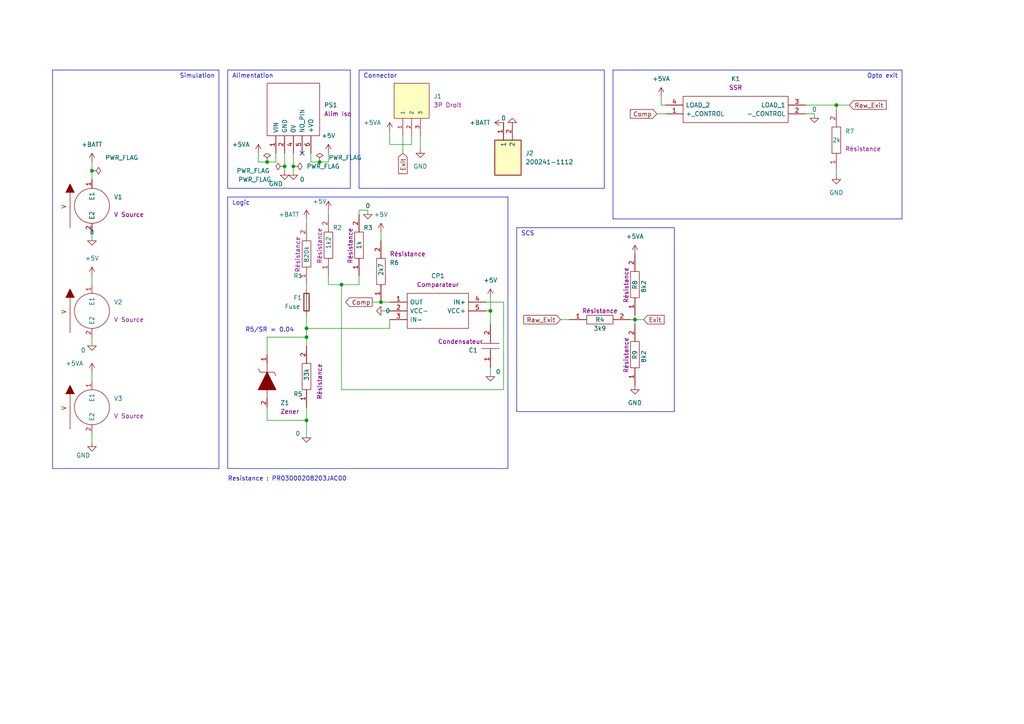
<source format=kicad_sch>
(kicad_sch (version 20231120) (generator "eeschema") (generator_version "8.0")
  (paper "A4")
  (lib_symbols
    (symbol "200241-1112:200241-1112"
      (property "Reference" "J" (at 16.51 7.62 0))
      (property "Value" "200241-1112" (at 16.51 5.08 0))
      (symbol "200241-1112_1_1"
        (rectangle (start 5.08 2.54) (end 15.24 -5.08) (stroke (width 0.254)) (fill (type background)))
        (pin passive line (at 0 -2.54 0) (length 5.08) (name "1") (number "1"))
        (pin passive line (at 0 0 0) (length 5.08) (name "2") (number "2"))
      )
    )
    (symbol "Device:Fuse" (pin_numbers hide) (pin_names (offset 0))
      (property "Reference" "F" (at 2.032 0 90))
      (property "Value" "Fuse" (at -1.905 0 90))
      (symbol "Fuse_0_1"
        (rectangle (start -0.762 -2.54) (end 0.762 2.54) (stroke (width 0.254)))
        (polyline (pts (xy 0 2.54) (xy 0 -2.54)))
      )
      (symbol "Fuse_1_1"
        (pin passive line (at 0 3.81 270) (length 1.27) (name "~") (number "1"))
        (pin passive line (at 0 -3.81 90) (length 1.27) (name "~") (number "2"))
      )
    )
    (symbol "EPSA_lib:3P Droit 22-11-2032" (pin_names (offset 1.016))
      (property "Reference" "J" (at 6.35 7.62 0))
      (property "Render Name" "3P Droit" (at 0 6.35 0))
      (symbol "3P Droit 22-11-2032_0_0"
        (rectangle (start -5.08 -5.08) (end 5.08 5.08) (stroke (width 0.1524)) (fill (type background)))
        (pin passive line (at -10.16 2.54 0) (length 5.08) (name "1") (number "1"))
        (pin passive line (at -10.16 0 0) (length 5.08) (name "2") (number "2"))
        (pin passive line (at -10.16 -2.54 0) (length 5.08) (name "3") (number "3"))
      )
    )
    (symbol "EPSA_lib:Alim Iso PDM2-S5-S5-S" (pin_names (offset 0.762))
      (property "Reference" "PS" (at 21.59 6.35 0))
      (property "Render Name" "Alim Iso" (at 12.7 3.81 0))
      (symbol "Alim Iso PDM2-S5-S5-S_0_0"
        (pin passive line (at 0 0 0) (length 5.08) (name "VIN") (number "1"))
        (pin passive line (at 0 -2.54 0) (length 5.08) (name "GND") (number "2"))
        (pin passive line (at 0 -5.08 0) (length 5.08) (name "0V") (number "4"))
        (pin passive line (at 0 -7.62 0) (length 5.08) (name "NO_PIN") (number "5"))
        (pin passive line (at 0 -10.16 0) (length 5.08) (name "+VO") (number "6"))
      )
      (symbol "Alim Iso PDM2-S5-S5-S_0_1"
        (polyline (pts (xy 5.08 2.54) (xy 20.32 2.54) (xy 20.32 -12.7) (xy 5.08 -12.7) (xy 5.08 2.54)) (stroke (width 0.1524)))
      )
    )
    (symbol "EPSA_lib:Comparateur TS391ILT" (pin_names (offset 0.762))
      (property "Reference" "CP" (at 35.56 8.89 0))
      (property "Render Name" "Comparateur" (at 13.97 3.81 0))
      (symbol "Comparateur TS391ILT_0_0"
        (pin passive line (at 0 0 0) (length 5.08) (name "OUT") (number "1"))
        (pin passive line (at 0 -2.54 0) (length 5.08) (name "VCC-") (number "2"))
        (pin passive line (at 0 -5.08 0) (length 5.08) (name "IN-") (number "3"))
        (pin passive line (at 27.94 0 180) (length 5.08) (name "IN+") (number "4"))
        (pin passive line (at 27.94 -2.54 180) (length 5.08) (name "VCC+") (number "5"))
      )
      (symbol "Comparateur TS391ILT_0_1"
        (polyline (pts (xy 5.08 2.54) (xy 22.86 2.54) (xy 22.86 -7.62) (xy 5.08 -7.62) (xy 5.08 2.54)) (stroke (width 0.1524)))
      )
    )
    (symbol "EPSA_lib:Condensateur 0805Y1000104JXT" (pin_names (offset 0.762))
      (property "Reference" "C" (at 20.32 5.08 0))
      (property "Spice_Model" "10" (at 5.08 6.35 0))
      (property "Render Name" "Condensateur" (at 6.35 3.81 0))
      (symbol "Condensateur 0805Y1000104JXT_0_0"
        (pin passive line (at 0 0 0) (length 5.08) (name "~") (number "1"))
        (pin passive line (at 12.7 0 180) (length 5.08) (name "~") (number "2"))
      )
      (symbol "Condensateur 0805Y1000104JXT_0_1"
        (polyline (pts (xy 5.08 0) (xy 5.588 0)) (stroke (width 0.1524)))
        (polyline (pts (xy 5.588 2.54) (xy 5.588 -2.54)) (stroke (width 0.1524)))
        (polyline (pts (xy 7.112 0) (xy 7.62 0)) (stroke (width 0.1524)))
        (polyline (pts (xy 7.112 2.54) (xy 7.112 -2.54)) (stroke (width 0.1524)))
      )
    )
    (symbol "EPSA_lib:Résistance RK73H2BLTDD2152F" (pin_names (offset 0.762))
      (property "Reference" "R" (at 25.4 5.08 0))
      (property "Value" "10" (at 7.62 0 0))
      (property "Render Name" "Résistance" (at 8.89 2.54 0))
      (symbol "Résistance RK73H2BLTDD2152F_0_0"
        (pin passive line (at 0 0 0) (length 5.08) (name "~") (number "1"))
        (pin passive line (at 17.78 0 180) (length 5.08) (name "~") (number "2"))
      )
      (symbol "Résistance RK73H2BLTDD2152F_0_1"
        (polyline (pts (xy 5.08 1.27) (xy 12.7 1.27) (xy 12.7 -1.27) (xy 5.08 -1.27) (xy 5.08 1.27)) (stroke (width 0.1524)))
      )
    )
    (symbol "EPSA_lib:SSR CPC1394GR" (pin_names (offset 0.762))
      (property "Reference" "K" (at 48.26 7.62 0))
      (property "Render Name" "SSR" (at 19.05 3.81 0))
      (symbol "SSR CPC1394GR_0_0"
        (pin passive line (at 0 -2.54 0) (length 5.08) (name "+_CONTROL") (number "1"))
        (pin passive line (at 40.64 -2.54 180) (length 5.08) (name "-_CONTROL") (number "2"))
        (pin passive line (at 40.64 0 180) (length 5.08) (name "LOAD_1") (number "3"))
        (pin passive line (at 0 0 0) (length 5.08) (name "LOAD_2") (number "4"))
      )
      (symbol "SSR CPC1394GR_0_1"
        (polyline (pts (xy 5.08 2.54) (xy 35.56 2.54) (xy 35.56 -5.08) (xy 5.08 -5.08) (xy 5.08 2.54)) (stroke (width 0.1524)))
      )
    )
    (symbol "EPSA_lib:VSOURCE" (pin_names (offset 1.016)) (in_bom no) (on_board no)
      (property "Reference" "V" (at 8.89 12.7 0))
      (property "Spice_Model" "dc 5" (at -1.27 12.7 0))
      (property "Render Name" "V Source" (at -1.27 10.16 0))
      (symbol "VSOURCE_0_1"
        (circle (center -1.27 0) (radius 5.08))
        (polyline (pts (xy -7.62 6.35) (xy 2.54 6.35)) (fill (type outline)))
        (polyline (pts (xy 2.54 7.62) (xy 5.08 6.35) (xy 2.54 5.08)) (fill (type outline)))
        (text "V" (at -1.524 8.128 0) (effects (font (size 1.27 1.27))))
      )
      (symbol "VSOURCE_1_1"
        (pin input line (at 6.35 0 180) (length 2.54) (name "E1") (number "1"))
        (pin input line (at -8.89 0 0) (length 2.54) (name "E2") (number "2"))
      )
    )
    (symbol "EPSA_lib:Zener TZM5224B-GS08" (pin_names (offset 0.762))
      (property "Reference" "Z" (at 5.08 6.35 0))
      (property "Titre" "Zener" (at 6.35 3.81 0))
      (symbol "Zener TZM5224B-GS08_0_0"
        (pin passive line (at 0 0 0) (length 2.54) (name "~") (number "1"))
        (pin passive line (at 15.24 0 180) (length 2.54) (name "~") (number "2"))
      )
      (symbol "Zener TZM5224B-GS08_0_1"
        (polyline (pts (xy 2.54 0) (xy 5.08 0)) (stroke (width 0.1524)))
        (polyline (pts (xy 4.064 -2.54) (xy 5.08 -2.032)) (stroke (width 0.1524)))
        (polyline (pts (xy 5.08 2.032) (xy 5.08 -2.032)) (stroke (width 0.1524)))
        (polyline (pts (xy 5.08 2.032) (xy 6.096 2.54)) (stroke (width 0.1524)))
        (polyline (pts (xy 12.7 0) (xy 10.16 0)) (stroke (width 0.1524)))
        (polyline (pts (xy 5.08 0) (xy 10.16 2.54) (xy 10.16 -2.54) (xy 5.08 0)) (stroke (width 0.254)) (fill (type outline)))
      )
    )
    (symbol "Résistance RK73H2BLTDD2152F_1" (pin_names (offset 0.762))
      (property "Reference" "R" (at 25.4 5.08 0))
      (property "Value" "10" (at 7.62 0 0))
      (property "Render Name" "Résistance" (at 8.89 2.54 0))
      (symbol "Résistance RK73H2BLTDD2152F_1_0_0"
        (pin passive line (at 0 0 0) (length 5.08) (name "~") (number "1"))
        (pin passive line (at 17.78 0 180) (length 5.08) (name "~") (number "2"))
      )
      (symbol "Résistance RK73H2BLTDD2152F_1_0_1"
        (polyline (pts (xy 5.08 1.27) (xy 12.7 1.27) (xy 12.7 -1.27) (xy 5.08 -1.27) (xy 5.08 1.27)) (stroke (width 0.1524)))
      )
    )
    (symbol "power:+5V" (power) (pin_names (offset 0))
      (property "Value" "+5V" (at 0 3.556 0))
      (symbol "+5V_0_1"
        (polyline (pts (xy -0.762 1.27) (xy 0 2.54)))
        (polyline (pts (xy 0 0) (xy 0 2.54)))
        (polyline (pts (xy 0 2.54) (xy 0.762 1.27)))
      )
      (symbol "+5V_1_1"
        (pin power_in line (at 0 0 90) (length 0) hide (name "+5V") (number "1"))
      )
    )
    (symbol "power:+5VA" (power) (pin_names (offset 0))
      (property "Value" "+5VA" (at 0 3.556 0))
      (symbol "+5VA_0_1"
        (polyline (pts (xy -0.762 1.27) (xy 0 2.54)))
        (polyline (pts (xy 0 0) (xy 0 2.54)))
        (polyline (pts (xy 0 2.54) (xy 0.762 1.27)))
      )
      (symbol "+5VA_1_1"
        (pin power_in line (at 0 0 90) (length 0) hide (name "+5VA") (number "1"))
      )
    )
    (symbol "power:+BATT" (power) (pin_names (offset 0))
      (property "Value" "+BATT" (at 0 3.556 0))
      (symbol "+BATT_0_1"
        (polyline (pts (xy -0.762 1.27) (xy 0 2.54)))
        (polyline (pts (xy 0 0) (xy 0 2.54)))
        (polyline (pts (xy 0 2.54) (xy 0.762 1.27)))
      )
      (symbol "+BATT_1_1"
        (pin power_in line (at 0 0 90) (length 0) hide (name "+BATT") (number "1"))
      )
    )
    (symbol "power:GND" (power) (pin_names (offset 0))
      (property "Value" "GND" (at 0 -3.81 0))
      (symbol "GND_0_1"
        (polyline (pts (xy 0 0) (xy 0 -1.27) (xy 1.27 -1.27) (xy 0 -2.54) (xy -1.27 -1.27) (xy 0 -1.27)))
      )
      (symbol "GND_1_1"
        (pin power_in line (at 0 0 270) (length 0) hide (name "GND") (number "1"))
      )
    )
    (symbol "power:PWR_FLAG" (power) (pin_numbers hide) (pin_names (offset 0) hide)
      (property "Value" "PWR_FLAG" (at 0 3.81 0))
      (symbol "PWR_FLAG_0_0"
        (pin power_out line (at 0 0 90) (length 0) (name "pwr") (number "1"))
      )
      (symbol "PWR_FLAG_0_1"
        (polyline (pts (xy 0 0) (xy 0 1.27) (xy -1.016 1.905) (xy 0 2.54) (xy 1.016 1.905) (xy 0 1.27)))
      )
    )
    (symbol "pspice:0" (power) (pin_names (offset 0))
      (property "Value" "0" (at 0 -1.778 0))
      (symbol "0_0_1"
        (polyline (pts (xy -1.27 0) (xy 0 -1.27) (xy 1.27 0) (xy -1.27 0)))
      )
      (symbol "0_1_1"
        (pin power_in line (at 0 0 0) (length 0) hide (name "0") (number "1"))
      )
    )
  )
  (junction (at 26.67 49.53))
  (junction (at 184.15 92.71))
  (junction (at 99.06 82.55))
  (junction (at 110.49 87.63))
  (junction (at 85.09 48.26))
  (junction (at 88.9 121.92))
  (junction (at 142.24 90.17))
  (junction (at 77.47 46.99))
  (junction (at 92.71 46.99))
  (junction (at 88.9 95.25))
  (junction (at 242.57 30.48))
  (junction (at 82.55 48.26))
  (junction (at 88.9 97.79))
  (no_connect (at 87.63 44.45))
  (polyline (pts (xy 66.04 54.61) (xy 101.6 54.61)))
  (wire (pts (xy 113.03 95.25) (xy 113.03 92.71)))
  (polyline (pts (xy 66.04 135.89) (xy 147.32 135.89)))
  (wire (pts (xy 88.9 95.25) (xy 88.9 97.79)))
  (wire (pts (xy 88.9 118.11) (xy 88.9 121.92)))
  (wire (pts (xy 85.09 44.45) (xy 85.09 48.26)))
  (wire (pts (xy 95.25 80.01) (xy 95.25 82.55)))
  (wire (pts (xy 142.24 86.36) (xy 142.24 90.17)))
  (wire (pts (xy 88.9 91.44) (xy 88.9 95.25)))
  (wire (pts (xy 242.57 49.53) (xy 242.57 50.8)))
  (wire (pts (xy 146.05 113.03) (xy 146.05 87.63)))
  (wire (pts (xy 104.14 82.55) (xy 104.14 80.01)))
  (wire (pts (xy 242.57 30.48) (xy 246.38 30.48)))
  (wire (pts (xy 95.25 44.45) (xy 95.25 46.99)))
  (wire (pts (xy 26.67 125.73) (xy 26.67 128.27)))
  (polyline (pts (xy 104.14 20.32) (xy 104.14 54.61)))
  (wire (pts (xy 26.67 97.79) (xy 26.67 100.33)))
  (wire (pts (xy 95.25 82.55) (xy 99.06 82.55)))
  (polyline (pts (xy 177.8 20.32) (xy 177.8 63.5)))
  (wire (pts (xy 26.67 46.99) (xy 26.67 49.53)))
  (polyline (pts (xy 66.04 57.15) (xy 66.04 135.89)))
  (wire (pts (xy 146.05 87.63) (xy 140.97 87.63)))
  (wire (pts (xy 99.06 113.03) (xy 146.05 113.03)))
  (wire (pts (xy 99.06 82.55) (xy 99.06 113.03)))
  (wire (pts (xy 88.9 63.5) (xy 88.9 64.77)))
  (wire (pts (xy 190.5 33.02) (xy 193.04 33.02)))
  (wire (pts (xy 88.9 95.25) (xy 113.03 95.25)))
  (wire (pts (xy 113.03 90.17) (xy 110.49 90.17)))
  (wire (pts (xy 142.24 106.68) (xy 142.24 109.22)))
  (wire (pts (xy 113.03 41.91) (xy 119.38 41.91)))
  (polyline (pts (xy 104.14 20.32) (xy 175.26 20.32)))
  (polyline (pts (xy 15.24 20.32) (xy 15.24 135.89)))
  (polyline (pts (xy 104.14 54.61) (xy 175.26 54.61)))
  (wire (pts (xy 104.14 60.96) (xy 106.68 60.96)))
  (wire (pts (xy 92.71 46.99) (xy 95.25 46.99)))
  (wire (pts (xy 88.9 121.92) (xy 88.9 127)))
  (polyline (pts (xy 63.5 135.89) (xy 63.5 20.32)))
  (wire (pts (xy 82.55 48.26) (xy 82.55 49.53)))
  (wire (pts (xy 142.24 90.17) (xy 142.24 93.98)))
  (wire (pts (xy 110.49 67.31) (xy 110.49 69.85)))
  (polyline (pts (xy 175.26 54.61) (xy 175.26 20.32)))
  (wire (pts (xy 110.49 87.63) (xy 113.03 87.63)))
  (wire (pts (xy 184.15 92.71) (xy 184.15 91.44)))
  (wire (pts (xy 85.09 48.26) (xy 85.09 50.8)))
  (polyline (pts (xy 177.8 20.32) (xy 261.62 20.32)))
  (polyline (pts (xy 101.6 54.61) (xy 101.6 20.32)))
  (wire (pts (xy 80.01 46.99) (xy 80.01 44.45)))
  (wire (pts (xy 233.68 33.02) (xy 236.22 33.02)))
  (wire (pts (xy 74.93 46.99) (xy 77.47 46.99)))
  (polyline (pts (xy 147.32 135.89) (xy 147.32 57.15)))
  (wire (pts (xy 162.56 92.71) (xy 165.1 92.71)))
  (wire (pts (xy 184.15 92.71) (xy 186.69 92.71)))
  (wire (pts (xy 113.03 38.1) (xy 113.03 41.91)))
  (wire (pts (xy 191.77 30.48) (xy 193.04 30.48)))
  (wire (pts (xy 106.68 60.96) (xy 106.68 62.23)))
  (wire (pts (xy 77.47 97.79) (xy 77.47 102.87)))
  (polyline (pts (xy 66.04 20.32) (xy 101.6 20.32)))
  (polyline (pts (xy 66.04 20.32) (xy 66.04 54.61)))
  (wire (pts (xy 104.14 60.96) (xy 104.14 62.23)))
  (wire (pts (xy 88.9 82.55) (xy 88.9 83.82)))
  (wire (pts (xy 26.67 67.31) (xy 26.67 69.85)))
  (wire (pts (xy 99.06 82.55) (xy 104.14 82.55)))
  (wire (pts (xy 90.17 46.99) (xy 92.71 46.99)))
  (wire (pts (xy 233.68 30.48) (xy 242.57 30.48)))
  (wire (pts (xy 140.97 90.17) (xy 142.24 90.17)))
  (wire (pts (xy 184.15 92.71) (xy 184.15 93.98)))
  (polyline (pts (xy 261.62 63.5) (xy 261.62 20.32)))
  (wire (pts (xy 74.93 44.45) (xy 74.93 46.99)))
  (wire (pts (xy 77.47 118.11) (xy 77.47 121.92)))
  (wire (pts (xy 236.22 33.02) (xy 236.22 34.29)))
  (wire (pts (xy 88.9 100.33) (xy 88.9 97.79)))
  (polyline (pts (xy 66.04 57.15) (xy 147.32 57.15)))
  (wire (pts (xy 242.57 31.75) (xy 242.57 30.48)))
  (wire (pts (xy 121.92 39.37) (xy 121.92 43.18)))
  (wire (pts (xy 90.17 44.45) (xy 90.17 46.99)))
  (wire (pts (xy 77.47 97.79) (xy 88.9 97.79)))
  (wire (pts (xy 26.67 49.53) (xy 26.67 52.07)))
  (wire (pts (xy 116.84 39.37) (xy 116.84 44.45)))
  (wire (pts (xy 182.88 92.71) (xy 184.15 92.71)))
  (wire (pts (xy 88.9 121.92) (xy 77.47 121.92)))
  (wire (pts (xy 95.25 60.96) (xy 95.25 62.23)))
  (polyline (pts (xy 15.24 135.89) (xy 63.5 135.89)))
  (wire (pts (xy 82.55 44.45) (xy 82.55 48.26)))
  (wire (pts (xy 119.38 41.91) (xy 119.38 39.37)))
  (polyline (pts (xy 15.24 20.32) (xy 63.5 20.32)))
  (wire (pts (xy 191.77 27.94) (xy 191.77 30.48)))
  (wire (pts (xy 77.47 46.99) (xy 80.01 46.99)))
  (wire (pts (xy 107.95 87.63) (xy 110.49 87.63)))
  (wire (pts (xy 26.67 80.01) (xy 26.67 82.55)))
  (polyline (pts (xy 177.8 63.5) (xy 261.62 63.5)))
  (wire (pts (xy 26.67 107.95) (xy 26.67 110.49)))
  (rectangle (start 149.86 66.04) (end 195.58 119.38))
  (text "Connector" (at 105.41 22.86 0) (effects (font (size 1.27 1.27)) (justify left bottom)))
  (text "R5/SR = 0.04" (at 71.12 96.52 0) (effects (font (size 1.27 1.27)) (justify left bottom)))
  (text "Alimentation" (at 67.31 22.86 0) (effects (font (size 1.27 1.27)) (justify left bottom)))
  (text "Opto exit" (at 251.46 22.86 0) (effects (font (size 1.27 1.27)) (justify left bottom)))
  (text "Simulation" (at 52.07 22.86 0) (effects (font (size 1.27 1.27)) (justify left bottom)))
  (text "Resistance : PR03000208203JAC00" (at 66.04 139.7 0) (effects (font (size 1.27 1.27)) (justify left bottom)))
  (text "SCS" (at 151.13 68.58 0) (effects (font (size 1.27 1.27)) (justify left bottom)))
  (text "Logic " (at 67.31 59.69 0) (effects (font (size 1.27 1.27)) (justify left bottom)))
  (global_label "Raw_Exit" (shape input) (at 162.56 92.71 180) (property "Intersheetrefs" "${INTERSHEET_REFS}" (effects (hide yes))))
  (global_label "Exit" (shape input) (at 116.84 44.45 270) (property "Intersheetrefs" "${INTERSHEET_REFS}" (effects (hide yes))))
  (global_label "Comp" (shape input) (at 190.5 33.02 180) (property "Intersheetrefs" "${INTERSHEET_REFS}" (effects (hide yes))))
  (global_label "Raw_Exit" (shape input) (at 246.38 30.48 0) (property "Intersheetrefs" "${INTERSHEET_REFS}" (effects (hide yes))))
  (global_label "Exit" (shape input) (at 186.69 92.71 0) (property "Intersheetrefs" "${INTERSHEET_REFS}" (effects (hide yes))))
  (global_label "Comp" (shape output) (at 107.95 87.63 180) (property "Intersheetrefs" "${INTERSHEET_REFS}" (effects (hide yes))))
  (symbol (lib_id "EPSA_lib:VSOURCE") (at 26.67 116.84 90) (unit 1) (in_bom no) (on_board no)
    (property "Reference" "V3" (at 33.02 115.5699 90) (effects (justify right)))
    (property "Value" "5" (effects (hide yes)))
    (property "Render Name" "V Source" (at 33.02 120.6499 90) (effects (justify right)))
    (property "Sim.Device" "V" (effects (hide yes)))
    (property "Sim.Type" "DC" (effects (hide yes)))
    (property "Sim.Pins" "1=+ 2=-" (effects (hide yes)))
  )
  (symbol (lib_id "power:PWR_FLAG") (at 26.67 49.53 270) (unit 1)
    (property "Reference" "#FLG0105" (effects (hide yes)))
    (property "Value" "PWR_FLAG" (at 30.48 45.72 90) (effects (justify left)))
  )
  (symbol (lib_id "EPSA_lib:Condensateur 0805Y1000104JXT") (at 142.24 106.68 90) (unit 1) (exclude_from_sim yes)
    (property "Reference" "C1" (at 135.89 101.6 90) (effects (justify right)))
    (property "Value" "Condensateur 0805Y1000104JXT" (effects (hide yes)))
    (property "Footprint" "EPSA_lib:CAPC2012X130N" (effects (hide yes)))
    (property "Datasheet" "http://docs-europe.electrocomponents.com/webdocs/119d/0900766b8119d7bc.pdf" (effects (hide yes)))
    (property "Description" "Syfer 0805 Ceramic Chip Capacitors" (effects (hide yes)))
    (property "Height" "1.3" (effects (hide yes)))
    (property "Manufacturer_Name" "Syfer" (effects (hide yes)))
    (property "Manufacturer_Part_Number" "0805Y1000104JXT" (effects (hide yes)))
    (property "Arrow Part Number" "0805Y1000104JXT" (effects (hide yes)))
    (property "Arrow Price/Stock" "https://www.arrow.com/en/products/0805y1000104jxt/syfer-technology?region=europe" (effects (hide yes)))
    (property "Render Name" "Condensateur" (at 127 99.06 90) (effects (justify right)))
    (property "Sim.Device" "SPICE" (effects (hide yes)))
    (property "Sim.Params" "type=\"C\" model=\"10n\" lib=\"\"" (effects (hide yes)))
    (property "Sim.Pins" "1=1 2=2" (effects (hide yes)))
  )
  (symbol (lib_id "EPSA_lib:3P Droit 22-11-2032") (at 119.38 29.21 90) (unit 1) (exclude_from_sim yes)
    (property "Reference" "J1" (at 125.73 27.9399 90) (effects (justify right)))
    (property "Value" "3P Droit 22-11-2032" (effects (hide yes)))
    (property "Footprint" "EPSA_lib:MOLEX_22-11-2032" (effects (hide yes)))
    (property "STANDARD" "Manufacturer recommendations" (effects (hide yes)))
    (property "PARTREV" "BD8" (effects (hide yes)))
    (property "MAXIMUM_PACKAGE_HEIGHT" "10.66mm" (effects (hide yes)))
    (property "MANUFACTURER" "Molex" (effects (hide yes)))
    (property "Render Name" "3P Droit" (at 125.73 30.4799 90) (effects (justify right)))
    (property "Sim.Device" "SPICE" (effects (hide yes)))
    (property "Sim.Params" "type=\"J\" model=\"22-11-2032\" lib=\"\"" (effects (hide yes)))
    (property "Sim.Pins" "1=1 2=2 3=3" (effects (hide yes)))
  )
  (symbol (lib_id "pspice:0") (at 106.68 62.23 0) (unit 1)
    (property "Reference" "#GND05" (effects (hide yes)))
    (property "Value" "0" (at 106.68 59.69 0))
  )
  (symbol (lib_id "power:+5VA") (at 113.03 38.1 0) (unit 1)
    (property "Reference" "#PWR012" (effects (hide yes)))
    (property "Value" "+5VA" (at 107.95 35.56 0))
  )
  (symbol (lib_id "pspice:0") (at 142.24 109.22 0) (unit 1)
    (property "Reference" "#GND09" (effects (hide yes)))
    (property "Value" "0" (at 144.4942 107.8231 0))
  )
  (symbol (lib_id "power:+5V") (at 95.25 44.45 0) (unit 1)
    (property "Reference" "#PWR011" (effects (hide yes)))
    (property "Value" "+5V" (at 95.25 39.37 0))
  )
  (symbol (lib_id "EPSA_lib:Zener TZM5224B-GS08") (at 77.47 102.87 270) (unit 1)
    (property "Reference" "Z1" (at 81.28 116.8399 90) (effects (justify left)))
    (property "Value" "Zener TZM5224B-GS08" (effects (hide yes)))
    (property "Footprint" "Diode_SMD:D_MiniMELF" (effects (hide yes)))
    (property "Datasheet" "https://www.mouser.co.uk/datasheet/2/427/tzm5221-103146.pdf" (effects (hide yes)))
    (property "Description" "Vishay TZM5224B-GS08 Zener Diode, 2.8V 5% 500 mW SMT 2-Pin SOD-80" (effects (hide yes)))
    (property "Height" "1.6" (effects (hide yes)))
    (property "Manufacturer_Name" "Vishay" (effects (hide yes)))
    (property "Manufacturer_Part_Number" "TZM5224B-GS08" (effects (hide yes)))
    (property "Mouser Part Number" "78-TZM5224B" (effects (hide yes)))
    (property "Mouser Price/Stock" "https://www.mouser.co.uk/ProductDetail/Vishay-Semiconductors/TZM5224B-GS08?qs=25SNtymhSqPc9I2zbkn61Q%3D%3D" (effects (hide yes)))
    (property "Titre" "Zener" (at 81.28 119.3799 90) (effects (justify left)))
    (property "Sim.Library" "${EPSA}\\SpiceModel\\Zener.lib" (effects (hide yes)))
    (property "Sim.Name" "DI_BZT52C2V4" (effects (hide yes)))
    (property "Sim.Pins" "2=1 1=2" (effects (hide yes)))
  )
  (symbol (lib_id "power:+5VA") (at 184.15 73.66 0) (unit 1)
    (property "Reference" "#PWR017" (effects (hide yes)))
    (property "Value" "+5VA" (at 184.15 68.58 0))
  )
  (symbol (lib_id "EPSA_lib:VSOURCE") (at 26.67 58.42 90) (unit 1) (in_bom no) (on_board no)
    (property "Reference" "V1" (at 33.02 57.1499 90) (effects (justify right)))
    (property "Value" "VSOURCE" (effects (hide yes)))
    (property "Render Name" "V Source" (at 33.02 62.2299 90) (effects (justify right)))
    (property "Sim.Device" "SPICE" (effects (hide yes)))
    (property "Sim.Params" "type=\"V\" model=\"pwl(0 0 10 600)\" lib=\"\"" (effects (hide yes)))
    (property "Sim.Pins" "1=1 2=2" (effects (hide yes)))
  )
  (symbol (lib_id "pspice:0") (at 110.49 90.17 270) (unit 1)
    (property "Reference" "#GND04" (effects (hide yes)))
    (property "Value" "0" (at 111.76 90.1699 90) (effects (justify left)))
  )
  (symbol (lib_id "Device:Fuse") (at 88.9 87.63 0) (unit 1)
    (property "Reference" "F1" (at 85.09 86.36 0) (effects (justify left)))
    (property "Value" "Fuse" (at 82.55 88.9 0) (effects (justify left)))
    (property "Footprint" "EPSA_lib:0PTF0078P" (effects (hide yes)))
  )
  (symbol (lib_name "Résistance RK73H2BLTDD2152F_1") (lib_id "EPSA_lib:Résistance RK73H2BLTDD2152F") (at 95.25 80.01 90) (unit 1)
    (property "Reference" "R2" (at 96.52 66.04 90) (effects (justify right)))
    (property "Value" "1k2" (at 95.25 68.58 0) (effects (justify right)))
    (property "Footprint" "EPSA_lib:RESC3216X70N" (effects (hide yes)))
    (property "Datasheet" "http://www.koaspeer.com/catimages/Products/RK73H/RK73H.pdf" (effects (hide yes)))
    (property "Description" "Thick Film Resistors - SMD" (effects (hide yes)))
    (property "Sim.Pins" "1=+ 2=-" (effects (hide yes)))
    (property "Sim.Device" "R" (effects (hide yes)))
    (property "Height" "0.7" (effects (hide yes)))
    (property "Manufacturer_Name" "KOA Speer" (effects (hide yes)))
    (property "Manufacturer_Part_Number" "RK73H2BLTDD2152F" (effects (hide yes)))
    (property "Mouser Part Number" "N/A" (effects (hide yes)))
    (property "Mouser Price/Stock" "https://www.mouser.co.uk/ProductDetail/KOA-Speer/RK73H2BLTDD2152F?qs=WeIALVmW3zmyxMFsjVzMRw%3D%3D" (effects (hide yes)))
    (property "Render Name" "Résistance" (at 92.71 66.04 0) (effects (justify right)))
  )
  (symbol (lib_id "power:+5VA") (at 74.93 44.45 0) (unit 1)
    (property "Reference" "#PWR08" (effects (hide yes)))
    (property "Value" "+5VA" (at 69.85 41.91 0))
  )
  (symbol (lib_id "power:PWR_FLAG") (at 82.55 48.26 90) (unit 1)
    (property "Reference" "#FLG0102" (effects (hide yes)))
    (property "Value" "PWR_FLAG" (at 78.74 52.07 90) (effects (justify left)))
  )
  (symbol (lib_name "Résistance RK73H2BLTDD2152F_1") (lib_id "EPSA_lib:Résistance RK73H2BLTDD2152F") (at 104.14 80.01 90) (unit 1)
    (property "Reference" "R3" (at 105.41 66.04 90) (effects (justify right)))
    (property "Value" "1k" (at 104.14 69.85 0) (effects (justify right)))
    (property "Footprint" "EPSA_lib:RESC3216X70N" (effects (hide yes)))
    (property "Datasheet" "http://www.koaspeer.com/catimages/Products/RK73H/RK73H.pdf" (effects (hide yes)))
    (property "Description" "Thick Film Resistors - SMD" (effects (hide yes)))
    (property "Sim.Pins" "1=+ 2=-" (effects (hide yes)))
    (property "Sim.Device" "R" (effects (hide yes)))
    (property "Height" "0.7" (effects (hide yes)))
    (property "Manufacturer_Name" "KOA Speer" (effects (hide yes)))
    (property "Manufacturer_Part_Number" "RK73H2BLTDD2152F" (effects (hide yes)))
    (property "Mouser Part Number" "N/A" (effects (hide yes)))
    (property "Mouser Price/Stock" "https://www.mouser.co.uk/ProductDetail/KOA-Speer/RK73H2BLTDD2152F?qs=WeIALVmW3zmyxMFsjVzMRw%3D%3D" (effects (hide yes)))
    (property "Render Name" "Résistance" (at 101.6 66.04 0) (effects (justify right)))
  )
  (symbol (lib_id "EPSA_lib:Résistance RK73H2BLTDD2152F") (at 110.49 87.63 90) (unit 1)
    (property "Reference" "R6" (at 113.03 76.1999 90) (effects (justify right)))
    (property "Value" "2k7" (at 110.49 80.01 0) (effects (justify left)))
    (property "Footprint" "EPSA_lib:RESC3216X70N" (effects (hide yes)))
    (property "Datasheet" "http://www.koaspeer.com/catimages/Products/RK73H/RK73H.pdf" (effects (hide yes)))
    (property "Description" "Thick Film Resistors - SMD" (effects (hide yes)))
    (property "Height" "0.7" (effects (hide yes)))
    (property "Manufacturer_Name" "KOA Speer" (effects (hide yes)))
    (property "Manufacturer_Part_Number" "RK73H2BLTDD2152F" (effects (hide yes)))
    (property "Mouser Part Number" "N/A" (effects (hide yes)))
    (property "Mouser Price/Stock" "https://www.mouser.co.uk/ProductDetail/KOA-Speer/RK73H2BLTDD2152F?qs=WeIALVmW3zmyxMFsjVzMRw%3D%3D" (effects (hide yes)))
    (property "Render Name" "Résistance" (at 113.03 73.66 90) (effects (justify right)))
    (property "Sim.Device" "R" (effects (hide yes)))
    (property "Sim.Params" "type=\"R\" model=\"2k6\" lib=\"\"" (effects (hide yes)))
    (property "Sim.Pins" "1=+ 2=-" (effects (hide yes)))
  )
  (symbol (lib_id "EPSA_lib:Résistance RK73H2BLTDD2152F") (at 184.15 111.76 270) (mirror x) (unit 1)
    (property "Reference" "R9" (at 184.15 101.6 0) (effects (justify right)))
    (property "Value" "8k2" (at 186.69 101.6 0) (effects (justify right)))
    (property "Footprint" "EPSA_lib:RESC3216X70N" (effects (hide yes)))
    (property "Datasheet" "http://www.koaspeer.com/catimages/Products/RK73H/RK73H.pdf" (effects (hide yes)))
    (property "Description" "Thick Film Resistors - SMD" (effects (hide yes)))
    (property "Sim.Pins" "1=+ 2=-" (effects (hide yes)))
    (property "Sim.Device" "R" (effects (hide yes)))
    (property "Height" "0.7" (effects (hide yes)))
    (property "Manufacturer_Name" "KOA Speer" (effects (hide yes)))
    (property "Manufacturer_Part_Number" "RK73H2BLTDD2152F" (effects (hide yes)))
    (property "Mouser Part Number" "N/A" (effects (hide yes)))
    (property "Mouser Price/Stock" "https://www.mouser.co.uk/ProductDetail/KOA-Speer/RK73H2BLTDD2152F?qs=WeIALVmW3zmyxMFsjVzMRw%3D%3D" (effects (hide yes)))
    (property "Render Name" "Résistance" (at 181.61 97.79 0) (effects (justify right)))
  )
  (symbol (lib_id "power:+5V") (at 26.67 80.01 0) (unit 1)
    (property "Reference" "#PWR02" (effects (hide yes)))
    (property "Value" "+5V" (at 26.67 74.93 0))
  )
  (symbol (lib_id "power:+BATT") (at 26.67 46.99 0) (unit 1)
    (property "Reference" "#PWR01" (effects (hide yes)))
    (property "Value" "+BATT" (at 26.67 41.91 0))
  )
  (symbol (lib_id "EPSA_lib:Résistance RK73H2BLTDD2152F") (at 184.15 91.44 270) (mirror x) (unit 1)
    (property "Reference" "R8" (at 184.15 81.28 0) (effects (justify right)))
    (property "Value" "8k2" (at 186.69 81.28 0) (effects (justify right)))
    (property "Footprint" "EPSA_lib:RESC3216X70N" (effects (hide yes)))
    (property "Datasheet" "http://www.koaspeer.com/catimages/Products/RK73H/RK73H.pdf" (effects (hide yes)))
    (property "Description" "Thick Film Resistors - SMD" (effects (hide yes)))
    (property "Sim.Pins" "1=+ 2=-" (effects (hide yes)))
    (property "Sim.Device" "R" (effects (hide yes)))
    (property "Height" "0.7" (effects (hide yes)))
    (property "Manufacturer_Name" "KOA Speer" (effects (hide yes)))
    (property "Manufacturer_Part_Number" "RK73H2BLTDD2152F" (effects (hide yes)))
    (property "Mouser Part Number" "N/A" (effects (hide yes)))
    (property "Mouser Price/Stock" "https://www.mouser.co.uk/ProductDetail/KOA-Speer/RK73H2BLTDD2152F?qs=WeIALVmW3zmyxMFsjVzMRw%3D%3D" (effects (hide yes)))
    (property "Render Name" "Résistance" (at 181.61 77.47 0) (effects (justify right)))
  )
  (symbol (lib_id "pspice:0") (at 88.9 127 0) (unit 1)
    (property "Reference" "#GND03" (effects (hide yes)))
    (property "Value" "0" (at 86.36 125.73 0))
  )
  (symbol (lib_id "power:GND") (at 121.92 43.18 0) (unit 1)
    (property "Reference" "#PWR013" (effects (hide yes)))
    (property "Value" "GND" (at 121.92 48.26 0))
  )
  (symbol (lib_id "power:PWR_FLAG") (at 77.47 46.99 0) (unit 1)
    (property "Reference" "#FLG0104" (effects (hide yes)))
    (property "Value" "PWR_FLAG" (at 68.58 49.53 0) (effects (justify left)))
  )
  (symbol (lib_id "pspice:0") (at 26.67 69.85 0) (unit 1)
    (property "Reference" "#GND01" (effects (hide yes)))
    (property "Value" "0" (at 26.67 67.31 0))
  )
  (symbol (lib_id "EPSA_lib:Alim Iso PDM2-S5-S5-S") (at 80.01 44.45 90) (unit 1) (exclude_from_sim yes)
    (property "Reference" "PS1" (at 93.98 30.4799 90) (effects (justify right)))
    (property "Value" "Alim Iso PDM2-S5-S5-S" (effects (hide yes)))
    (property "Footprint" "EPSA_lib:PDM2S5S5S" (effects (hide yes)))
    (property "Datasheet" "https://datasheet.datasheetarchive.com/originals/distributors/Datasheets-SFU1/DSASFU10006714.pdf" (effects (hide yes)))
    (property "Description" "Isolated DC/DC Converters Isolated Board Mount DC-DC Cnvrt 5vdc 2W" (effects (hide yes)))
    (property "Height" "10.41" (effects (hide yes)))
    (property "Manufacturer_Name" "CUI Inc." (effects (hide yes)))
    (property "Manufacturer_Part_Number" "PDM2-S5-S5-S" (effects (hide yes)))
    (property "Mouser Part Number" "490-PDM2-S5-S5-S" (effects (hide yes)))
    (property "Mouser Price/Stock" "https://www.mouser.co.uk/ProductDetail/CUI-Inc/PDM2-S5-S5-S?qs=WyjlAZoYn51BO%2Fgga81j2w%3D%3D" (effects (hide yes)))
    (property "Render Name" "Alim Iso" (at 93.98 33.0199 90) (effects (justify right)))
    (property "Sim.Device" "SPICE" (effects (hide yes)))
    (property "Sim.Params" "type=\"R\" model=\"Alim Iso PDM2-S5-S5-S\" lib=\"\"" (effects (hide yes)))
    (property "Sim.Pins" "1=1 2=2 4=3 5=4 6=5" (effects (hide yes)))
  )
  (symbol (lib_id "200241-1112:200241-1112") (at 148.59 35.56 270) (unit 1)
    (property "Reference" "J2" (at 152.4 44.4499 90) (effects (justify left)))
    (property "Value" "200241-1112" (at 152.4 46.9899 90) (effects (justify left)))
    (property "Footprint" "2002411112" (effects (hide yes)))
    (property "Datasheet" "https://componentsearchengine.com/Datasheets/1/200241-1112.pdf" (effects (hide yes)))
    (property "Description" "MEGA-FIT V/T TOP LATCH ASSY TIN 2CKT BLK" (effects (hide yes)))
    (property "Height" "17.75" (effects (hide yes)))
    (property "Mouser Part Number" "538-200241-1112" (effects (hide yes)))
    (property "Mouser Price/Stock" "https://www.mouser.co.uk/ProductDetail/Molex/200241-1112?qs=PzGy0jfpSMspIUQO9H%252Bd2w%3D%3D" (effects (hide yes)))
    (property "Manufacturer_Name" "Molex" (effects (hide yes)))
    (property "Manufacturer_Part_Number" "200241-1112" (effects (hide yes)))
  )
  (symbol (lib_id "power:GND") (at 26.67 128.27 0) (unit 1)
    (property "Reference" "#PWR04" (effects (hide yes)))
    (property "Value" "GND" (at 24.13 132.08 0))
  )
  (symbol (lib_id "power:+5V") (at 110.49 67.31 0) (unit 1)
    (property "Reference" "#PWR014" (effects (hide yes)))
    (property "Value" "+5V" (at 110.49 62.23 0))
  )
  (symbol (lib_id "pspice:0") (at 148.59 35.56 180) (unit 1)
    (property "Reference" "#GND08" (effects (hide yes)))
    (property "Value" "0" (at 146.05 34.29 0))
  )
  (symbol (lib_id "EPSA_lib:VSOURCE") (at 26.67 88.9 90) (unit 1) (in_bom no) (on_board no)
    (property "Reference" "V2" (at 33.02 87.6299 90) (effects (justify right)))
    (property "Value" "5" (effects (hide yes)))
    (property "Render Name" "V Source" (at 33.02 92.7099 90) (effects (justify right)))
    (property "Sim.Device" "V" (effects (hide yes)))
    (property "Sim.Type" "DC" (effects (hide yes)))
    (property "Sim.Pins" "1=+ 2=-" (effects (hide yes)))
  )
  (symbol (lib_id "EPSA_lib:Résistance RK73H2BLTDD2152F") (at 88.9 82.55 90) (unit 1)
    (property "Reference" "R1" (at 85.09 80.01 90) (effects (justify right)))
    (property "Value" "820k" (at 88.9 76.2 0) (effects (justify left)))
    (property "Footprint" "EPSA_lib:RESC3216X70N" (effects (hide yes)))
    (property "Datasheet" "http://www.koaspeer.com/catimages/Products/RK73H/RK73H.pdf" (effects (hide yes)))
    (property "Description" "Thick Film Resistors - SMD" (effects (hide yes)))
    (property "Height" "0.7" (effects (hide yes)))
    (property "Manufacturer_Name" "KOA Speer" (effects (hide yes)))
    (property "Manufacturer_Part_Number" "RK73H2BLTDD2152F" (effects (hide yes)))
    (property "Mouser Part Number" "N/A" (effects (hide yes)))
    (property "Mouser Price/Stock" "https://www.mouser.co.uk/ProductDetail/KOA-Speer/RK73H2BLTDD2152F?qs=WeIALVmW3zmyxMFsjVzMRw%3D%3D" (effects (hide yes)))
    (property "Render Name" "Résistance" (at 86.36 68.58 0) (effects (justify right)))
    (property "Sim.Device" "R" (effects (hide yes)))
    (property "Sim.Params" "type=\"R\" model=\"820k\" lib=\"\"" (effects (hide yes)))
    (property "Sim.Pins" "1=+ 2=-" (effects (hide yes)))
  )
  (symbol (lib_id "power:GND") (at 82.55 49.53 0) (unit 1)
    (property "Reference" "#PWR010" (effects (hide yes)))
    (property "Value" "GND" (at 80.01 53.34 0))
  )
  (symbol (lib_id "power:PWR_FLAG") (at 85.09 48.26 270) (unit 1)
    (property "Reference" "#FLG0103" (effects (hide yes)))
    (property "Value" "PWR_FLAG" (at 88.9 48.2599 90) (effects (justify left)))
  )
  (symbol (lib_id "pspice:0") (at 236.22 34.29 0) (unit 1)
    (property "Reference" "#GND07" (effects (hide yes)))
    (property "Value" "0" (at 236.22 31.75 0))
  )
  (symbol (lib_id "EPSA_lib:Résistance RK73H2BLTDD2152F") (at 88.9 118.11 90) (unit 1)
    (property "Reference" "R5" (at 85.09 114.3 90) (effects (justify right)))
    (property "Value" "33k" (at 88.9 110.49 0) (effects (justify left)))
    (property "Footprint" "EPSA_lib:RESC3216X70N" (effects (hide yes)))
    (property "Datasheet" "http://www.koaspeer.com/catimages/Products/RK73H/RK73H.pdf" (effects (hide yes)))
    (property "Description" "Thick Film Resistors - SMD" (effects (hide yes)))
    (property "Height" "0.7" (effects (hide yes)))
    (property "Manufacturer_Name" "KOA Speer" (effects (hide yes)))
    (property "Manufacturer_Part_Number" "RK73H2BLTDD2152F" (effects (hide yes)))
    (property "Mouser Part Number" "N/A" (effects (hide yes)))
    (property "Mouser Price/Stock" "https://www.mouser.co.uk/ProductDetail/KOA-Speer/RK73H2BLTDD2152F?qs=WeIALVmW3zmyxMFsjVzMRw%3D%3D" (effects (hide yes)))
    (property "Render Name" "Résistance" (at 92.71 105.41 0) (effects (justify right)))
    (property "Sim.Device" "R" (effects (hide yes)))
    (property "Sim.Params" "type=\"R\" model=\"32k\" lib=\"\"" (effects (hide yes)))
    (property "Sim.Pins" "1=+ 2=-" (effects (hide yes)))
  )
  (symbol (lib_id "power:+BATT") (at 88.9 63.5 0) (unit 1)
    (property "Reference" "#PWR05" (effects (hide yes)))
    (property "Value" "+BATT" (at 83.82 62.23 0))
  )
  (symbol (lib_id "power:PWR_FLAG") (at 92.71 46.99 0) (unit 1)
    (property "Reference" "#FLG0101" (effects (hide yes)))
    (property "Value" "PWR_FLAG" (at 95.25 45.7199 0) (effects (justify left)))
  )
  (symbol (lib_id "EPSA_lib:Résistance RK73H2BLTDD2152F") (at 165.1 92.71 0) (mirror x) (unit 1)
    (property "Reference" "R4" (at 173.99 92.71 0))
    (property "Value" "3k9" (at 173.99 95.25 0))
    (property "Footprint" "EPSA_lib:RESC3216X70N" (effects (hide yes)))
    (property "Datasheet" "http://www.koaspeer.com/catimages/Products/RK73H/RK73H.pdf" (effects (hide yes)))
    (property "Description" "Thick Film Resistors - SMD" (effects (hide yes)))
    (property "Sim.Pins" "1=+ 2=-" (effects (hide yes)))
    (property "Sim.Device" "R" (effects (hide yes)))
    (property "Height" "0.7" (effects (hide yes)))
    (property "Manufacturer_Name" "KOA Speer" (effects (hide yes)))
    (property "Manufacturer_Part_Number" "RK73H2BLTDD2152F" (effects (hide yes)))
    (property "Mouser Part Number" "N/A" (effects (hide yes)))
    (property "Mouser Price/Stock" "https://www.mouser.co.uk/ProductDetail/KOA-Speer/RK73H2BLTDD2152F?qs=WeIALVmW3zmyxMFsjVzMRw%3D%3D" (effects (hide yes)))
    (property "Render Name" "Résistance" (at 173.99 90.17 0))
  )
  (symbol (lib_id "EPSA_lib:SSR CPC1394GR") (at 193.04 30.48 0) (unit 1)
    (property "Reference" "K1" (at 213.36 22.86 0))
    (property "Value" "SSR CPC1394GR" (effects (hide yes)))
    (property "Footprint" "EPSA_lib:CPC1394GR" (effects (hide yes)))
    (property "Datasheet" "https://componentsearchengine.com/Datasheets/1/CPC1394GR.pdf" (effects (hide yes)))
    (property "Description" "SPST-NO Solid State Relay Solder 120 mA rms/mA dc Surface Mount, DC MOSFET" (effects (hide yes)))
    (property "Height" "3.556" (effects (hide yes)))
    (property "Manufacturer_Name" "LITTELFUSE" (effects (hide yes)))
    (property "Manufacturer_Part_Number" "CPC1394GR" (effects (hide yes)))
    (property "Mouser Part Number" "849-CPC1394GR" (effects (hide yes)))
    (property "Mouser Price/Stock" "https://www.mouser.co.uk/ProductDetail/IXYS-Integrated-Circuits/CPC1394GR?qs=8uBHJDVwVqyTG8bzDwZMmA%3D%3D" (effects (hide yes)))
    (property "Render Name" "SSR" (at 213.36 25.4 0))
    (property "Sim.Library" "${EPSA}\\SpiceModel\\SSR.lib" (effects (hide yes)))
    (property "Sim.Name" "SWITCH" (effects (hide yes)))
    (property "Sim.Pins" "1=CONT+ 2=CONT- 3=LOAD1 4=LOAD2" (effects (hide yes)))
  )
  (symbol (lib_id "pspice:0") (at 85.09 50.8 0) (unit 1)
    (property "Reference" "#GND06" (effects (hide yes)))
    (property "Value" "0" (at 87.63 52.07 0))
  )
  (symbol (lib_id "power:+5VA") (at 191.77 27.94 0) (unit 1)
    (property "Reference" "#PWR09" (effects (hide yes)))
    (property "Value" "+5VA" (at 191.77 22.86 0))
  )
  (symbol (lib_id "power:+BATT") (at 146.05 35.56 90) (unit 1)
    (property "Reference" "#PWR016" (effects (hide yes)))
    (property "Value" "+BATT" (at 142.24 35.5599 90) (effects (justify left)))
  )
  (symbol (lib_id "pspice:0") (at 26.67 100.33 0) (unit 1)
    (property "Reference" "#GND02" (effects (hide yes)))
    (property "Value" "0" (at 24.13 101.6 0))
  )
  (symbol (lib_id "power:GND") (at 242.57 50.8 0) (unit 1)
    (property "Reference" "#PWR015" (effects (hide yes)))
    (property "Value" "GND" (at 242.57 55.88 0))
  )
  (symbol (lib_id "power:GND") (at 184.15 111.76 0) (unit 1)
    (property "Reference" "#PWR018" (effects (hide yes)))
    (property "Value" "GND" (at 184.15 116.84 0))
  )
  (symbol (lib_id "power:+5V") (at 95.25 60.96 0) (unit 1)
    (property "Reference" "#PWR07" (effects (hide yes)))
    (property "Value" "+5V" (at 92.71 58.42 0))
  )
  (symbol (lib_id "EPSA_lib:Comparateur TS391ILT") (at 113.03 87.63 0) (unit 1)
    (property "Reference" "CP1" (at 127 80.01 0))
    (property "Value" "Comparateur TS391ILT" (effects (hide yes)))
    (property "Footprint" "EPSA_lib:SOT95P280X145-5N" (effects (hide yes)))
    (property "Datasheet" "http://www.st.com/st-web-ui/static/active/en/resource/technical/document/datasheet/CD00001660.pdf" (effects (hide yes)))
    (property "Description" "TS391ILT, Comparator Open Collector 0.3us 12 V, 15 V, 18 V, 24 V, 28 V, 3 V, 5 V, 9 V 5-Pin SOT-23" (effects (hide yes)))
    (property "Height" "1.45" (effects (hide yes)))
    (property "Manufacturer_Name" "STMicroelectronics" (effects (hide yes)))
    (property "Manufacturer_Part_Number" "TS391ILT" (effects (hide yes)))
    (property "Mouser Part Number" "511-TS391IL" (effects (hide yes)))
    (property "Mouser Price/Stock" "https://www.mouser.co.uk/ProductDetail/STMicroelectronics/TS391ILT?qs=P8h1tZw8GcB9GWR61XM17g%3D%3D" (effects (hide yes)))
    (property "Arrow Part Number" "TS391ILT" (effects (hide yes)))
    (property "Arrow Price/Stock" "https://www.arrow.com/en/products/ts391ilt/stmicroelectronics?region=europe" (effects (hide yes)))
    (property "Render Name" "Comparateur" (at 127 82.55 0))
    (property "Sim.Library" "${EPSA}\\SpiceModel\\C_ts391.lib" (effects (hide yes)))
    (property "Sim.Name" "TS391" (effects (hide yes)))
    (property "Sim.Pins" "4=1 3=2 5=3 2=4 1=5" (effects (hide yes)))
  )
  (symbol (lib_id "power:+5VA") (at 26.67 107.95 0) (unit 1)
    (property "Reference" "#PWR03" (effects (hide yes)))
    (property "Value" "+5VA" (at 21.59 105.41 0))
  )
  (symbol (lib_id "power:+5V") (at 142.24 86.36 0) (unit 1)
    (property "Reference" "#PWR06" (effects (hide yes)))
    (property "Value" "+5V" (at 142.24 81.28 0))
  )
  (symbol (lib_id "EPSA_lib:Résistance RK73H2BLTDD2152F") (at 242.57 49.53 90) (unit 1)
    (property "Reference" "R7" (at 245.11 38.0999 90) (effects (justify right)))
    (property "Value" "2k" (at 243.84 40.64 90) (effects (justify left)))
    (property "Footprint" "EPSA_lib:RESC3216X70N" (effects (hide yes)))
    (property "Datasheet" "http://www.koaspeer.com/catimages/Products/RK73H/RK73H.pdf" (effects (hide yes)))
    (property "Description" "Thick Film Resistors - SMD" (effects (hide yes)))
    (property "Height" "0.7" (effects (hide yes)))
    (property "Manufacturer_Name" "KOA Speer" (effects (hide yes)))
    (property "Manufacturer_Part_Number" "RK73H2BLTDD2152F" (effects (hide yes)))
    (property "Mouser Part Number" "N/A" (effects (hide yes)))
    (property "Mouser Price/Stock" "https://www.mouser.co.uk/ProductDetail/KOA-Speer/RK73H2BLTDD2152F?qs=WeIALVmW3zmyxMFsjVzMRw%3D%3D" (effects (hide yes)))
    (property "Render Name" "Résistance" (at 245.11 43.1799 90) (effects (justify right)))
    (property "Sim.Device" "R" (effects (hide yes)))
    (property "Sim.Params" "type=\"R\" model=\"2k\" lib=\"\"" (effects (hide yes)))
    (property "Sim.Pins" "1=+ 2=-" (effects (hide yes)))
  )
)
</source>
